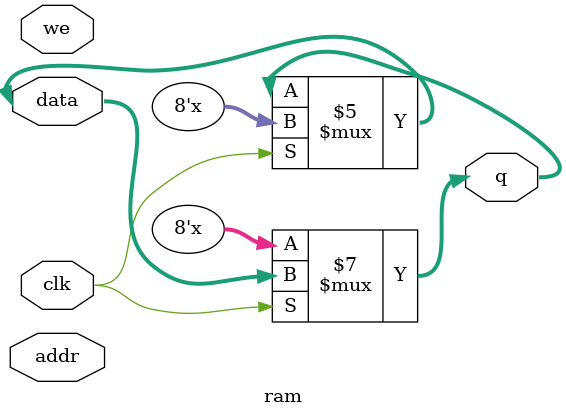
<source format=v>
module ram #(
    parameter ADDR_WIDTH=6,
    parameter DATA_WIDTH=8
) (
    input [DATA_WIDTH-1:0] data,
    input [ADDR_WIDTH-1:0] addr,
    input we, clk,
    output [7:0] q
);
reg [DATA_WIDTH-1:0] ram[2**ADDR_WIDTH-1:0];
// when we is high, write data to ram at address addr
// assign the ram value at address addr to q
always @(we, clk)
begin
    if (clk == 1) begin
        q <= data[7:0];
    end
end
// when we is low, read data from ram at address addr
always @(we, clk) begin
    if (clk == 0) begin
        data <= q[7:0];
    end
end
endmodule

</source>
